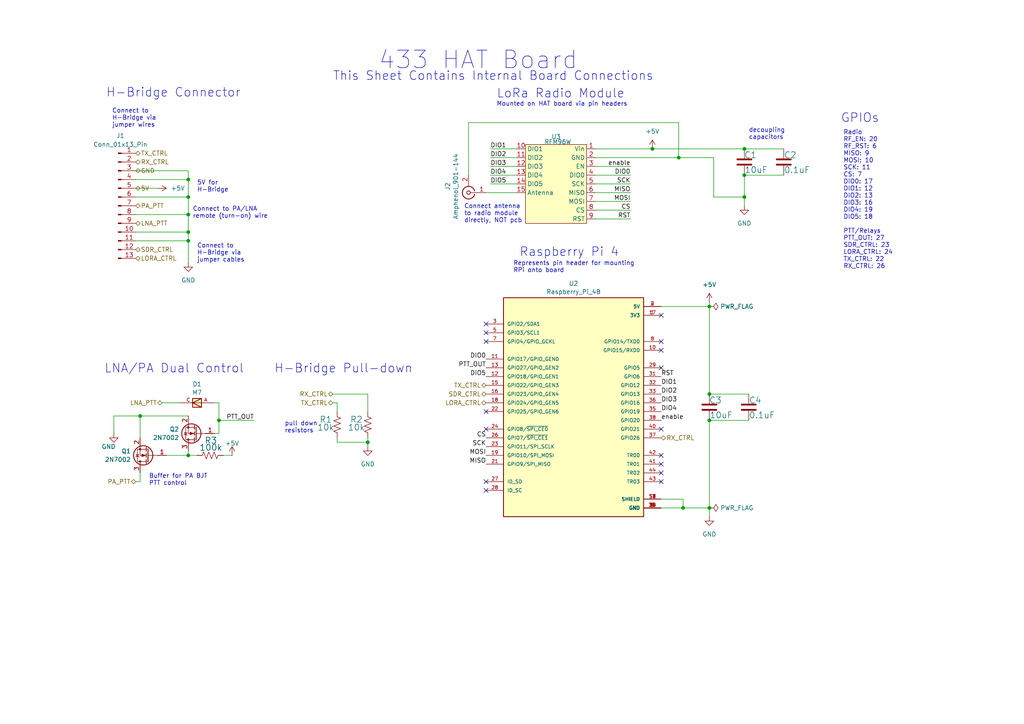
<source format=kicad_sch>
(kicad_sch (version 20231120) (generator "eeschema") (generator_version "8.0")
  (paper "A4")
  (title_block (title "433 HAT Board Internal Connections") (date "2024-11-13") (rev "1.2") (comment 1 "Aditri Patil, Victor Huynh, Hunter Liu"))
  (lib_symbols
    (symbol "Connector:Conn_01x13_Pin" (pin_names (offset 1.016) hide)
      (property "Reference" "J" (at 0 17.78 0))
      (property "Value" "Conn_01x13_Pin" (at 0 -17.78 0))
      (symbol "Conn_01x13_Pin_1_1"
        (polyline (pts (xy 1.27 -15.24) (xy 0.8636 -15.24)) (stroke (width 0.1524)))
        (polyline (pts (xy 1.27 -12.7) (xy 0.8636 -12.7)) (stroke (width 0.1524)))
        (polyline (pts (xy 1.27 -10.16) (xy 0.8636 -10.16)) (stroke (width 0.1524)))
        (polyline (pts (xy 1.27 -7.62) (xy 0.8636 -7.62)) (stroke (width 0.1524)))
        (polyline (pts (xy 1.27 -5.08) (xy 0.8636 -5.08)) (stroke (width 0.1524)))
        (polyline (pts (xy 1.27 -2.54) (xy 0.8636 -2.54)) (stroke (width 0.1524)))
        (polyline (pts (xy 1.27 0) (xy 0.8636 0)) (stroke (width 0.1524)))
        (polyline (pts (xy 1.27 2.54) (xy 0.8636 2.54)) (stroke (width 0.1524)))
        (polyline (pts (xy 1.27 5.08) (xy 0.8636 5.08)) (stroke (width 0.1524)))
        (polyline (pts (xy 1.27 7.62) (xy 0.8636 7.62)) (stroke (width 0.1524)))
        (polyline (pts (xy 1.27 10.16) (xy 0.8636 10.16)) (stroke (width 0.1524)))
        (polyline (pts (xy 1.27 12.7) (xy 0.8636 12.7)) (stroke (width 0.1524)))
        (polyline (pts (xy 1.27 15.24) (xy 0.8636 15.24)) (stroke (width 0.1524)))
        (rectangle (start 0.8636 -15.113) (end 0 -15.367) (stroke (width 0.1524)) (fill (type outline)))
        (rectangle (start 0.8636 -12.573) (end 0 -12.827) (stroke (width 0.1524)) (fill (type outline)))
        (rectangle (start 0.8636 -10.033) (end 0 -10.287) (stroke (width 0.1524)) (fill (type outline)))
        (rectangle (start 0.8636 -7.493) (end 0 -7.747) (stroke (width 0.1524)) (fill (type outline)))
        (rectangle (start 0.8636 -4.953) (end 0 -5.207) (stroke (width 0.1524)) (fill (type outline)))
        (rectangle (start 0.8636 -2.413) (end 0 -2.667) (stroke (width 0.1524)) (fill (type outline)))
        (rectangle (start 0.8636 0.127) (end 0 -0.127) (stroke (width 0.1524)) (fill (type outline)))
        (rectangle (start 0.8636 2.667) (end 0 2.413) (stroke (width 0.1524)) (fill (type outline)))
        (rectangle (start 0.8636 5.207) (end 0 4.953) (stroke (width 0.1524)) (fill (type outline)))
        (rectangle (start 0.8636 7.747) (end 0 7.493) (stroke (width 0.1524)) (fill (type outline)))
        (rectangle (start 0.8636 10.287) (end 0 10.033) (stroke (width 0.1524)) (fill (type outline)))
        (rectangle (start 0.8636 12.827) (end 0 12.573) (stroke (width 0.1524)) (fill (type outline)))
        (rectangle (start 0.8636 15.367) (end 0 15.113) (stroke (width 0.1524)) (fill (type outline)))
        (pin passive line (at 5.08 15.24 180) (length 3.81) (name "Pin_1") (number "1"))
        (pin passive line (at 5.08 -7.62 180) (length 3.81) (name "Pin_10") (number "10"))
        (pin passive line (at 5.08 -10.16 180) (length 3.81) (name "Pin_11") (number "11"))
        (pin passive line (at 5.08 -12.7 180) (length 3.81) (name "Pin_12") (number "12"))
        (pin passive line (at 5.08 -15.24 180) (length 3.81) (name "Pin_13") (number "13"))
        (pin passive line (at 5.08 12.7 180) (length 3.81) (name "Pin_2") (number "2"))
        (pin passive line (at 5.08 10.16 180) (length 3.81) (name "Pin_3") (number "3"))
        (pin passive line (at 5.08 7.62 180) (length 3.81) (name "Pin_4") (number "4"))
        (pin passive line (at 5.08 5.08 180) (length 3.81) (name "Pin_5") (number "5"))
        (pin passive line (at 5.08 2.54 180) (length 3.81) (name "Pin_6") (number "6"))
        (pin passive line (at 5.08 0 180) (length 3.81) (name "Pin_7") (number "7"))
        (pin passive line (at 5.08 -2.54 180) (length 3.81) (name "Pin_8") (number "8"))
        (pin passive line (at 5.08 -5.08 180) (length 3.81) (name "Pin_9") (number "9"))
      )
    )
    (symbol "Connector:Conn_Coaxial" (pin_names (offset 1.016) hide)
      (property "Reference" "J" (at 0.254 3.048 0))
      (property "Value" "Conn_Coaxial" (at 2.921 0 90))
      (symbol "Conn_Coaxial_0_1"
        (arc (start -1.778 -0.508) (mid 0.2311 -1.8066) (end 1.778 0) (stroke (width 0.254)))
        (polyline (pts (xy -2.54 0) (xy -0.508 0)))
        (polyline (pts (xy 0 -2.54) (xy 0 -1.778)))
        (circle (center 0 0) (radius 0.508) (stroke (width 0.2032)))
        (arc (start 1.778 0) (mid 0.2099 1.8101) (end -1.778 0.508) (stroke (width 0.254)))
      )
      (symbol "Conn_Coaxial_1_1"
        (pin passive line (at -5.08 0 0) (length 2.54) (name "In") (number "1"))
        (pin passive line (at 0 -5.08 90) (length 2.54) (name "Ext") (number "2"))
      )
    )
    (symbol "Device:C" (pin_numbers hide) (pin_names (offset 0.254))
      (property "Reference" "C" (at 0.635 2.54 0))
      (property "Value" "C" (at 0.635 -2.54 0))
      (symbol "C_0_1"
        (polyline (pts (xy -2.032 -0.762) (xy 2.032 -0.762)) (stroke (width 0.508)))
        (polyline (pts (xy -2.032 0.762) (xy 2.032 0.762)) (stroke (width 0.508)))
      )
      (symbol "C_1_1"
        (pin passive line (at 0 3.81 270) (length 2.794) (name "~") (number "1"))
        (pin passive line (at 0 -3.81 90) (length 2.794) (name "~") (number "2"))
      )
    )
    (symbol "Device:R_US" (pin_numbers hide) (pin_names (offset 0))
      (property "Reference" "R" (at 2.54 0 90))
      (property "Value" "R_US" (at -2.54 0 90))
      (symbol "R_US_0_1"
        (polyline (pts (xy 0 -2.286) (xy 0 -2.54)))
        (polyline (pts (xy 0 2.286) (xy 0 2.54)))
        (polyline (pts (xy 0 -0.762) (xy 1.016 -1.143) (xy 0 -1.524) (xy -1.016 -1.905) (xy 0 -2.286)))
        (polyline (pts (xy 0 0.762) (xy 1.016 0.381) (xy 0 0) (xy -1.016 -0.381) (xy 0 -0.762)))
        (polyline (pts (xy 0 2.286) (xy 1.016 1.905) (xy 0 1.524) (xy -1.016 1.143) (xy 0 0.762)))
      )
      (symbol "R_US_1_1"
        (pin passive line (at 0 3.81 270) (length 1.27) (name "~") (number "1"))
        (pin passive line (at 0 -3.81 90) (length 1.27) (name "~") (number "2"))
      )
    )
    (symbol "Transistor_FET:2N7002" (pin_names hide)
      (property "Reference" "Q" (at 5.08 1.905 0))
      (property "Value" "2N7002" (at 5.08 0 0))
      (symbol "2N7002_0_1"
        (polyline (pts (xy 0.254 0) (xy -2.54 0)))
        (polyline (pts (xy 0.254 1.905) (xy 0.254 -1.905)) (stroke (width 0.254)))
        (polyline (pts (xy 0.762 -1.27) (xy 0.762 -2.286)) (stroke (width 0.254)))
        (polyline (pts (xy 0.762 0.508) (xy 0.762 -0.508)) (stroke (width 0.254)))
        (polyline (pts (xy 0.762 2.286) (xy 0.762 1.27)) (stroke (width 0.254)))
        (polyline (pts (xy 2.54 2.54) (xy 2.54 1.778)))
        (polyline (pts (xy 2.54 -2.54) (xy 2.54 0) (xy 0.762 0)))
        (polyline (pts (xy 0.762 -1.778) (xy 3.302 -1.778) (xy 3.302 1.778) (xy 0.762 1.778)))
        (polyline (pts (xy 1.016 0) (xy 2.032 0.381) (xy 2.032 -0.381) (xy 1.016 0)) (fill (type outline)))
        (polyline (pts (xy 2.794 0.508) (xy 2.921 0.381) (xy 3.683 0.381) (xy 3.81 0.254)))
        (polyline (pts (xy 3.302 0.381) (xy 2.921 -0.254) (xy 3.683 -0.254) (xy 3.302 0.381)))
        (circle (center 1.651 0) (radius 2.794) (stroke (width 0.254)))
        (circle (center 2.54 -1.778) (radius 0.254) (fill (type outline)))
        (circle (center 2.54 1.778) (radius 0.254) (fill (type outline)))
      )
      (symbol "2N7002_1_1"
        (pin input line (at -5.08 0 0) (length 2.54) (name "G") (number "1"))
        (pin passive line (at 2.54 -5.08 90) (length 2.54) (name "S") (number "2"))
        (pin passive line (at 2.54 5.08 270) (length 2.54) (name "D") (number "3"))
      )
    )
    (symbol "power:+5V" (power) (pin_numbers hide) (pin_names (offset 0) hide)
      (property "Value" "+5V" (at 0 3.556 0))
      (symbol "+5V_0_1"
        (polyline (pts (xy -0.762 1.27) (xy 0 2.54)))
        (polyline (pts (xy 0 0) (xy 0 2.54)))
        (polyline (pts (xy 0 2.54) (xy 0.762 1.27)))
      )
      (symbol "+5V_1_1"
        (pin power_in line (at 0 0 90) (length 0) (name "~") (number "1"))
      )
    )
    (symbol "power:GND" (power) (pin_numbers hide) (pin_names (offset 0) hide)
      (property "Value" "GND" (at 0 -3.81 0))
      (symbol "GND_0_1"
        (polyline (pts (xy 0 0) (xy 0 -1.27) (xy 1.27 -1.27) (xy 0 -2.54) (xy -1.27 -1.27) (xy 0 -1.27)))
      )
      (symbol "GND_1_1"
        (pin power_in line (at 0 0 270) (length 0) (name "~") (number "1"))
      )
    )
    (symbol "power:PWR_FLAG" (power) (pin_numbers hide) (pin_names (offset 0) hide)
      (property "Value" "PWR_FLAG" (at 0 3.81 0))
      (symbol "PWR_FLAG_0_0"
        (pin power_out line (at 0 0 90) (length 0) (name "~") (number "1"))
      )
      (symbol "PWR_FLAG_0_1"
        (polyline (pts (xy 0 0) (xy 0 1.27) (xy -1.016 1.905) (xy 0 2.54) (xy 1.016 1.905) (xy 0 1.27)))
      )
    )
    (symbol "ssi_IC:RMF96W"
      (property "Reference" "U" (at 8.89 2.286 0))
      (property "Value" "RFM96W" (at 9.652 0.762 0))
      (symbol "RMF96W_1_1"
        (rectangle (start 0 0) (end 17.78 -22.86) (fill (type background)))
        (pin input line (at -2.54 -1.27 0) (length 2.54) (name "Vin") (number "1"))
        (pin input line (at 20.32 -1.27 180) (length 2.54) (name "DIO1") (number "10"))
        (pin input line (at 20.32 -3.81 180) (length 2.54) (name "DIO2") (number "11"))
        (pin input line (at 20.32 -6.35 180) (length 2.54) (name "DIO3") (number "12"))
        (pin input line (at 20.32 -8.89 180) (length 2.54) (name "DIO4") (number "13"))
        (pin input line (at 20.32 -11.43 180) (length 2.54) (name "DIO5") (number "14"))
        (pin input line (at 20.32 -13.97 180) (length 2.54) (name "Antenna") (number "15"))
        (pin input line (at -2.54 -3.81 0) (length 2.54) (name "GND") (number "2"))
        (pin input line (at -2.54 -6.35 0) (length 2.54) (name "EN") (number "3"))
        (pin input line (at -2.54 -8.89 0) (length 2.54) (name "DIO0") (number "4"))
        (pin input line (at -2.54 -11.43 0) (length 2.54) (name "SCK") (number "5"))
        (pin input line (at -2.54 -13.97 0) (length 2.54) (name "MISO") (number "6"))
        (pin input line (at -2.54 -16.51 0) (length 2.54) (name "MOSI") (number "7"))
        (pin input line (at -2.54 -19.05 0) (length 2.54) (name "CS") (number "8"))
        (pin input line (at -2.54 -21.59 0) (length 2.54) (name "RST") (number "9"))
      )
    )
    (symbol "ssi_IC:Raspberry_Pi_4B" (pin_names (offset 1.016))
      (property "Reference" "U2" (at 0 38.1 0))
      (property "Value" "Raspberry_Pi_4B" (at 0 35.56 0))
      (symbol "Raspberry_Pi_4B_0_0"
        (rectangle (start -20.32 -30.48) (end 20.32 33.02) (stroke (width 0.254)) (fill (type background)))
        (pin power_in line (at 25.4 27.94 180) (length 5.08) (name "3V3") (number "1"))
        (pin bidirectional line (at 25.4 17.78 180) (length 5.08) (name "GPIO15/RXD0") (number "10"))
        (pin bidirectional line (at -25.4 15.24 0) (length 5.08) (name "GPIO17/GPIO_GEN0") (number "11"))
        (pin bidirectional line (at -25.4 10.16 0) (length 5.08) (name "GPIO18/GPIO_GEN1") (number "12"))
        (pin bidirectional line (at -25.4 12.7 0) (length 5.08) (name "GPIO27/GPIO_GEN2") (number "13"))
        (pin power_in line (at 25.4 -27.94 180) (length 5.08) (name "GND") (number "14"))
        (pin bidirectional line (at -25.4 7.62 0) (length 5.08) (name "GPIO22/GPIO_GEN3") (number "15"))
        (pin bidirectional line (at -25.4 5.08 0) (length 5.08) (name "GPIO23/GPIO_GEN4") (number "16"))
        (pin power_in line (at 25.4 27.94 180) (length 5.08) (name "3V3") (number "17"))
        (pin bidirectional line (at -25.4 2.54 0) (length 5.08) (name "GPIO24/GPIO_GEN5") (number "18"))
        (pin bidirectional line (at -25.4 -12.7 0) (length 5.08) (name "GPIO10/SPI_MOSI") (number "19"))
        (pin power_in line (at 25.4 30.48 180) (length 5.08) (name "5V") (number "2"))
        (pin power_in line (at 25.4 -27.94 180) (length 5.08) (name "GND") (number "20"))
        (pin bidirectional line (at -25.4 -15.24 0) (length 5.08) (name "GPIO9/SPI_MISO") (number "21"))
        (pin bidirectional line (at -25.4 0 0) (length 5.08) (name "GPIO25/GPIO_GEN6") (number "22"))
        (pin bidirectional line (at -25.4 -10.16 0) (length 5.08) (name "GPIO11/SPI_SCLK") (number "23"))
        (pin bidirectional line (at -25.4 -5.08 0) (length 5.08) (name "GPIO8/~{SPI_CE0}") (number "24"))
        (pin power_in line (at 25.4 -27.94 180) (length 5.08) (name "GND") (number "25"))
        (pin bidirectional line (at -25.4 -7.62 0) (length 5.08) (name "GPIO7/~{SPI_CE1}") (number "26"))
        (pin bidirectional line (at -25.4 -20.32 0) (length 5.08) (name "ID_SD") (number "27"))
        (pin bidirectional line (at -25.4 -22.86 0) (length 5.08) (name "ID_SC") (number "28"))
        (pin bidirectional line (at 25.4 12.7 180) (length 5.08) (name "GPIO5") (number "29"))
        (pin bidirectional line (at -25.4 25.4 0) (length 5.08) (name "GPIO2/SDA1") (number "3"))
        (pin power_in line (at 25.4 -27.94 180) (length 5.08) (name "GND") (number "30"))
        (pin bidirectional line (at 25.4 10.16 180) (length 5.08) (name "GPIO6") (number "31"))
        (pin bidirectional line (at 25.4 7.62 180) (length 5.08) (name "GPIO12") (number "32"))
        (pin bidirectional line (at 25.4 5.08 180) (length 5.08) (name "GPIO13") (number "33"))
        (pin power_in line (at 25.4 -27.94 180) (length 5.08) (name "GND") (number "34"))
        (pin bidirectional line (at 25.4 0 180) (length 5.08) (name "GPIO19") (number "35"))
        (pin bidirectional line (at 25.4 2.54 180) (length 5.08) (name "GPIO16") (number "36"))
        (pin bidirectional line (at 25.4 -7.62 180) (length 5.08) (name "GPIO26") (number "37"))
        (pin bidirectional line (at 25.4 -2.54 180) (length 5.08) (name "GPIO20") (number "38"))
        (pin power_in line (at 25.4 -27.94 180) (length 5.08) (name "GND") (number "39"))
        (pin power_in line (at 25.4 30.48 180) (length 5.08) (name "5V") (number "4"))
        (pin bidirectional line (at 25.4 -5.08 180) (length 5.08) (name "GPIO21") (number "40"))
        (pin bidirectional line (at 25.4 -15.24 180) (length 5.08) (name "TR01") (number "41"))
        (pin bidirectional line (at 25.4 -12.7 180) (length 5.08) (name "TR00") (number "42"))
        (pin bidirectional line (at 25.4 -20.32 180) (length 5.08) (name "TR03") (number "43"))
        (pin bidirectional line (at 25.4 -17.78 180) (length 5.08) (name "TR02") (number "44"))
        (pin bidirectional line (at -25.4 22.86 0) (length 5.08) (name "GPIO3/SCL1") (number "5"))
        (pin power_in line (at 25.4 -27.94 180) (length 5.08) (name "GND") (number "6"))
        (pin bidirectional line (at -25.4 20.32 0) (length 5.08) (name "GPIO4/GPIO_GCKL") (number "7"))
        (pin bidirectional line (at 25.4 20.32 180) (length 5.08) (name "GPIO14/TXD0") (number "8"))
        (pin power_in line (at 25.4 -27.94 180) (length 5.08) (name "GND") (number "9"))
        (pin power_in line (at 25.4 -25.4 180) (length 5.08) (name "SHIELD") (number "S1"))
        (pin power_in line (at 25.4 -25.4 180) (length 5.08) (name "SHIELD") (number "S2"))
        (pin power_in line (at 25.4 -25.4 180) (length 5.08) (name "SHIELD") (number "S3"))
        (pin power_in line (at 25.4 -25.4 180) (length 5.08) (name "SHIELD") (number "S4"))
      )
    )
    (symbol "ssi_diode:M7" (pin_names (offset 1.016))
      (property "Reference" "D2" (at 0 -6.604 0))
      (property "Value" "M7" (at 0 -4.064 0))
      (symbol "M7_0_0"
        (rectangle (start -1.27 -1.27) (end 1.27 1.27) (stroke (width 0.254)) (fill (type background)))
        (polyline (pts (xy -1.27 -1.27) (xy 1.27 0)) (stroke (width 0.254)))
        (polyline (pts (xy 1.27 0) (xy -1.27 1.27)) (stroke (width 0.254)))
        (pin passive line (at -5.08 0 0) (length 5.08) (name "~") (number "A"))
        (pin passive line (at 5.08 0 180) (length 5.08) (name "~") (number "C"))
      )
    )
  )
  (junction (at 215.9 57.15))
  (junction (at 106.68 128.27))
  (junction (at 215.9 50.8))
  (junction (at 205.74 88.9))
  (junction (at 54.61 67.31))
  (junction (at 196.85 45.72))
  (junction (at 215.9 43.18))
  (junction (at 189.23 43.18))
  (junction (at 54.61 132.08))
  (junction (at 205.74 114.3))
  (junction (at 54.61 69.85))
  (junction (at 63.5 121.92))
  (junction (at 205.74 147.32))
  (junction (at 40.64 120.65))
  (junction (at 54.61 57.15))
  (junction (at 205.74 121.92))
  (junction (at 54.61 62.23))
  (junction (at 54.61 52.07))
  (junction (at 198.12 147.32))
  (no_connect (at 140.97 124.46))
  (no_connect (at 191.77 91.44))
  (no_connect (at 191.77 101.6))
  (no_connect (at 140.97 139.7))
  (no_connect (at 191.77 132.08))
  (no_connect (at 140.97 142.24))
  (no_connect (at 191.77 99.06))
  (no_connect (at 191.77 124.46))
  (no_connect (at 191.77 139.7))
  (no_connect (at 191.77 134.62))
  (no_connect (at 140.97 119.38))
  (no_connect (at 191.77 106.68))
  (no_connect (at 191.77 137.16))
  (no_connect (at 140.97 93.98))
  (no_connect (at 140.97 96.52))
  (no_connect (at 140.97 99.06))
  (wire (pts (xy 40.64 120.65) (xy 40.64 127)))
  (wire (pts (xy 172.72 45.72) (xy 196.85 45.72)))
  (wire (pts (xy 97.79 127) (xy 97.79 128.27)))
  (wire (pts (xy 215.9 50.8) (xy 215.9 57.15)))
  (wire (pts (xy 135.89 35.56) (xy 196.85 35.56)))
  (wire (pts (xy 39.37 57.15) (xy 54.61 57.15)))
  (wire (pts (xy 62.23 125.73) (xy 63.5 125.73)))
  (wire (pts (xy 63.5 116.84) (xy 63.5 121.92)))
  (wire (pts (xy 135.89 50.8) (xy 135.89 35.56)))
  (wire (pts (xy 191.77 88.9) (xy 205.74 88.9)))
  (wire (pts (xy 205.74 121.92) (xy 205.74 147.32)))
  (wire (pts (xy 64.77 132.08) (xy 67.31 132.08)))
  (wire (pts (xy 149.86 43.18) (xy 142.24 43.18)))
  (wire (pts (xy 48.26 132.08) (xy 54.61 132.08)))
  (wire (pts (xy 96.52 116.84) (xy 97.79 116.84)))
  (wire (pts (xy 196.85 45.72) (xy 207.01 45.72)))
  (wire (pts (xy 39.37 49.53) (xy 54.61 49.53)))
  (wire (pts (xy 149.86 48.26) (xy 142.24 48.26)))
  (wire (pts (xy 191.77 144.78) (xy 198.12 144.78)))
  (wire (pts (xy 182.88 60.96) (xy 172.72 60.96)))
  (wire (pts (xy 189.23 43.18) (xy 215.9 43.18)))
  (wire (pts (xy 215.9 43.18) (xy 227.33 43.18)))
  (wire (pts (xy 39.37 52.07) (xy 54.61 52.07)))
  (wire (pts (xy 39.37 62.23) (xy 54.61 62.23)))
  (wire (pts (xy 97.79 128.27) (xy 106.68 128.27)))
  (wire (pts (xy 54.61 52.07) (xy 54.61 57.15)))
  (wire (pts (xy 205.74 114.3) (xy 217.17 114.3)))
  (wire (pts (xy 54.61 76.2) (xy 54.61 69.85)))
  (wire (pts (xy 39.37 67.31) (xy 54.61 67.31)))
  (wire (pts (xy 39.37 69.85) (xy 54.61 69.85)))
  (wire (pts (xy 40.64 137.16) (xy 40.64 139.7)))
  (wire (pts (xy 54.61 130.81) (xy 54.61 132.08)))
  (wire (pts (xy 172.72 43.18) (xy 189.23 43.18)))
  (wire (pts (xy 207.01 45.72) (xy 207.01 57.15)))
  (wire (pts (xy 182.88 58.42) (xy 172.72 58.42)))
  (wire (pts (xy 54.61 57.15) (xy 54.61 62.23)))
  (wire (pts (xy 198.12 144.78) (xy 198.12 147.32)))
  (wire (pts (xy 46.99 116.84) (xy 52.07 116.84)))
  (wire (pts (xy 215.9 57.15) (xy 215.9 59.69)))
  (wire (pts (xy 97.79 116.84) (xy 97.79 119.38)))
  (wire (pts (xy 205.74 88.9) (xy 205.74 114.3)))
  (wire (pts (xy 39.37 139.7) (xy 40.64 139.7)))
  (wire (pts (xy 149.86 53.34) (xy 142.24 53.34)))
  (wire (pts (xy 215.9 50.8) (xy 227.33 50.8)))
  (wire (pts (xy 54.61 49.53) (xy 54.61 52.07)))
  (wire (pts (xy 205.74 149.86) (xy 205.74 147.32)))
  (wire (pts (xy 54.61 132.08) (xy 57.15 132.08)))
  (wire (pts (xy 205.74 87.63) (xy 205.74 88.9)))
  (wire (pts (xy 182.88 55.88) (xy 172.72 55.88)))
  (wire (pts (xy 106.68 128.27) (xy 106.68 129.54)))
  (wire (pts (xy 182.88 53.34) (xy 172.72 53.34)))
  (wire (pts (xy 63.5 121.92) (xy 63.5 125.73)))
  (wire (pts (xy 207.01 57.15) (xy 215.9 57.15)))
  (wire (pts (xy 191.77 147.32) (xy 198.12 147.32)))
  (wire (pts (xy 149.86 50.8) (xy 142.24 50.8)))
  (wire (pts (xy 96.52 114.3) (xy 106.68 114.3)))
  (wire (pts (xy 62.23 116.84) (xy 63.5 116.84)))
  (wire (pts (xy 205.74 121.92) (xy 217.17 121.92)))
  (wire (pts (xy 33.02 120.65) (xy 33.02 125.73)))
  (wire (pts (xy 106.68 127) (xy 106.68 128.27)))
  (wire (pts (xy 196.85 35.56) (xy 196.85 45.72)))
  (wire (pts (xy 182.88 63.5) (xy 172.72 63.5)))
  (wire (pts (xy 33.02 120.65) (xy 40.64 120.65)))
  (wire (pts (xy 198.12 147.32) (xy 205.74 147.32)))
  (wire (pts (xy 182.88 48.26) (xy 172.72 48.26)))
  (wire (pts (xy 140.97 55.88) (xy 149.86 55.88)))
  (wire (pts (xy 54.61 120.65) (xy 40.64 120.65)))
  (wire (pts (xy 54.61 67.31) (xy 54.61 62.23)))
  (wire (pts (xy 182.88 50.8) (xy 172.72 50.8)))
  (wire (pts (xy 45.72 54.61) (xy 39.37 54.61)))
  (wire (pts (xy 149.86 45.72) (xy 142.24 45.72)))
  (wire (pts (xy 106.68 114.3) (xy 106.68 119.38)))
  (wire (pts (xy 54.61 69.85) (xy 54.61 67.31)))
  (wire (pts (xy 63.5 121.92) (xy 73.66 121.92)))
  (text "Connect to\nH-Bridge via\njumper wires" (at 32.512 37.084 0) (effects (font (size 1.27 1.27)) (justify left bottom)))
  (text "Mounted on HAT board via pin headers" (at 144.018 30.988 0) (effects (font (size 1.27 1.27)) (justify left bottom)))
  (text "LNA/PA Dual Control" (at 30.226 108.458 0) (effects (font (size 2.54 2.54)) (justify left bottom)))
  (text "pull down\nresistors" (at 82.55 125.73 0) (effects (font (size 1.27 1.27)) (justify left bottom)))
  (text "Represents pin header for mounting\nRPi onto board" (at 148.844 79.248 0) (effects (font (size 1.27 1.27)) (justify left bottom)))
  (text "Connect antenna\nto radio module\ndirectly, NOT pcb" (at 134.62 64.77 0) (effects (font (size 1.27 1.27)) (justify left bottom)))
  (text "GPIOs" (at 243.84 35.814 0) (effects (font (size 2.54 2.54)) (justify left bottom)))
  (text "LoRa Radio Module" (at 144.018 28.702 0) (effects (font (size 2.54 2.54)) (justify left bottom)))
  (text "Buffer for PA BJT\nPTT control" (at 43.18 140.97 0) (effects (font (size 1.27 1.27)) (justify left bottom)))
  (text "5V for\nH-Bridge" (at 57.15 55.88 0) (effects (font (size 1.27 1.27)) (justify left bottom)))
  (text "H-Bridge Connector" (at 30.734 28.448 0) (effects (font (size 2.54 2.54)) (justify left bottom)))
  (text "Connect to PA/LNA\nremote (turn-on) wire" (at 55.88 63.5 0) (effects (font (size 1.27 1.27)) (justify left bottom)))
  (text "This Sheet Contains Internal Board Connections" (at 96.52 23.622 0) (effects (font (size 2.54 2.54)) (justify left bottom)))
  (text "Radio\nRF_EN: 20\nRF_RST: 6\nMISO: 9\nMOSI: 10\nSCK: 11\nCS: 7\nDIO0: 17\nDIO1: 12\nDIO2: 13\nDIO3: 16\nDIO4: 19\nDIO5: 18\n\nPTT/Relays\nPTT_OUT: 27\nSDR_CTRL: 23\nLORA_CTRL: 24\nTX_CTRL: 22\nRX_CTRL: 26" (at 244.602 57.912 0) (effects (font (size 1.27 1.27)) (justify left)))
  (text "decoupling\ncapacitors" (at 217.17 40.64 0) (effects (font (size 1.27 1.27)) (justify left bottom)))
  (text "Raspberry Pi 4" (at 150.622 74.676 0) (effects (font (size 2.54 2.54)) (justify left bottom)))
  (text "433 HAT Board" (at 138.684 17.526 0) (effects (font (size 5.08 5.08))))
  (text "H-Bridge Pull-down" (at 79.502 108.458 0) (effects (font (size 2.54 2.54)) (justify left bottom)))
  (text "Connect to\nH-Bridge via\njumper cables" (at 57.15 76.2 0) (effects (font (size 1.27 1.27)) (justify left bottom)))
  (label "DIO3" (at 191.77 116.84 0))
  (label "DIO5" (at 142.24 53.34 0))
  (label "DIO0" (at 182.88 50.8 180))
  (label "RST" (at 191.77 109.22 0))
  (label "DIO0" (at 140.97 104.14 180))
  (label "MISO" (at 140.97 134.62 180))
  (label "SCK" (at 140.97 129.54 180))
  (label "CS" (at 182.88 60.96 180))
  (label "DIO1" (at 191.77 111.76 0))
  (label "PTT_OUT" (at 73.66 121.92 180))
  (label "CS" (at 140.97 127 180))
  (label "DIO3" (at 142.24 48.26 0))
  (label "DIO5" (at 140.97 109.22 180))
  (label "MISO" (at 182.88 55.88 180))
  (label "PTT_OUT" (at 140.97 106.68 180))
  (label "DIO2" (at 191.77 114.3 0))
  (label "DIO4" (at 191.77 119.38 0))
  (label "RST" (at 182.88 63.5 180))
  (label "DIO4" (at 142.24 50.8 0))
  (label "DIO2" (at 142.24 45.72 0))
  (label "MOSI" (at 182.88 58.42 180))
  (label "enable" (at 191.77 121.92 0))
  (label "enable" (at 182.88 48.26 180))
  (label "DIO1" (at 142.24 43.18 0))
  (label "SCK" (at 182.88 53.34 180))
  (label "MOSI" (at 140.97 132.08 180))
  (hierarchical_label "TX_CTRL" (shape bidirectional) (at 140.97 111.76 180))
  (hierarchical_label "TX_CTRL" (shape bidirectional) (at 96.52 116.84 180))
  (hierarchical_label "LNA_PTT" (shape bidirectional) (at 46.99 116.84 180))
  (hierarchical_label "PA_PTT" (shape bidirectional) (at 39.37 59.69 0))
  (hierarchical_label "LORA_CTRL" (shape bidirectional) (at 140.97 116.84 180))
  (hierarchical_label "SDR_CTRL" (shape bidirectional) (at 39.37 72.39 0))
  (hierarchical_label "RX_CTRL" (shape bidirectional) (at 39.37 46.99 0))
  (hierarchical_label "LNA_PTT" (shape bidirectional) (at 39.37 64.77 0))
  (hierarchical_label "RX_CTRL" (shape bidirectional) (at 191.77 127 0))
  (hierarchical_label "LORA_CTRL" (shape bidirectional) (at 39.37 74.93 0))
  (hierarchical_label "PA_PTT" (shape bidirectional) (at 39.37 139.7 180))
  (hierarchical_label "GND" (shape bidirectional) (at 39.37 49.53 0))
  (hierarchical_label "SDR_CTRL" (shape bidirectional) (at 140.97 114.3 180))
  (hierarchical_label "5V" (shape bidirectional) (at 39.37 54.61 0))
  (hierarchical_label "RX_CTRL" (shape bidirectional) (at 96.52 114.3 180))
  (hierarchical_label "TX_CTRL" (shape bidirectional) (at 39.37 44.45 0))
  (symbol (lib_id "power:GND") (at 106.68 129.54 0) (unit 1)
    (property "Reference" "#PWR014" (effects (hide yes)))
    (property "Value" "GND" (at 106.68 134.62 0))
  )
  (symbol (lib_id "power:GND") (at 54.61 76.2 0) (unit 1)
    (property "Reference" "#PWR07" (effects (hide yes)))
    (property "Value" "GND" (at 54.61 81.28 0))
  )
  (symbol (lib_id "Connector:Conn_01x13_Pin") (at 34.29 59.69 0) (unit 1)
    (property "Reference" "J1" (at 34.925 39.37 0))
    (property "Value" "Conn_01x13_Pin" (at 34.925 41.91 0))
    (property "Footprint" "Connector_PinSocket_2.54mm:PinSocket_1x13_P2.54mm_Vertical" (effects (hide yes)))
  )
  (symbol (lib_id "ssi_IC:Raspberry_Pi_4B") (at 166.37 119.38 0) (unit 1)
    (property "Reference" "U2" (at 166.37 82.2155 0))
    (property "Value" "Raspberry_Pi_4B" (at 166.37 84.6398 0))
    (property "Footprint" "ssi_IC:Raspberry_Pi_4B" (effects (hide yes)))
    (property "Description" "BCM2711 Raspberry Pi 4 Model B 4GB - ARM® Cortex®-A72 MPU Embedded Evaluation Board" (effects (hide yes)))
    (property "MF" "Raspberry Pi" (effects (hide yes)))
    (property "MAXIMUM_PACKAGE_HEIGHT" "16 mm" (effects (hide yes)))
    (property "Package" "None" (effects (hide yes)))
    (property "Price" "None" (effects (hide yes)))
    (property "Check_prices" "https://www.snapeda.com/parts/RASPBERRY%20PI%204B/4GB/Raspberry+Pi/view-part/?ref=eda" (effects (hide yes)))
    (property "STANDARD" "Manufacturer Recommendations" (effects (hide yes)))
    (property "PARTREV" "4" (effects (hide yes)))
    (property "SnapEDA_Link" "https://www.snapeda.com/parts/RASPBERRY%20PI%204B/4GB/Raspberry+Pi/view-part/?ref=snap" (effects (hide yes)))
    (property "MP" "RASPBERRY PI 4B/4GB" (effects (hide yes)))
    (property "MANUFACTURER" "Raspberry Pi" (effects (hide yes)))
    (property "Availability" "Not in stock" (effects (hide yes)))
    (property "SNAPEDA_PN" "RASPBERRY PI 4B/4GB" (effects (hide yes)))
  )
  (symbol (lib_id "Device:R_US") (at 97.79 123.19 180) (unit 1)
    (property "Reference" "R1" (at 94.488 120.65 0) (effects (font (size 1.778 1.778)) (justify bottom)))
    (property "Value" "10k" (at 94.488 124.968 0) (effects (font (size 1.778 1.778)) (justify top)))
    (property "Footprint" "Resistor_SMD:R_0603_1608Metric" (effects (hide yes)))
    (property "Description" "Resistor, US symbol" (effects (hide yes)))
  )
  (symbol (lib_id "Device:C") (at 217.17 118.11 0) (unit 1)
    (property "Reference" "C4" (at 217.17 117.094 0) (effects (font (size 1.778 1.778)) (justify left bottom)))
    (property "Value" "0.1uF" (at 217.17 121.412 0) (effects (font (size 1.778 1.778)) (justify left bottom)))
    (property "Footprint" "Capacitor_SMD:C_0603_1608Metric" (effects (hide yes)))
    (property "Description" "Unpolarized capacitor" (effects (hide yes)))
  )
  (symbol (lib_id "Device:R_US") (at 60.96 132.08 90) (unit 1)
    (property "Reference" "R3" (at 61.1632 126.746 90) (effects (font (size 1.778 1.778)) (justify bottom)))
    (property "Value" "100k" (at 61.1632 130.81 90) (effects (font (size 1.778 1.778)) (justify top)))
    (property "Footprint" "Resistor_SMD:R_0603_1608Metric" (effects (hide yes)))
    (property "Description" "Resistor, US symbol" (effects (hide yes)))
  )
  (symbol (lib_id "Device:C") (at 227.33 46.99 0) (unit 1)
    (property "Reference" "C2" (at 227.33 45.974 0) (effects (font (size 1.778 1.778)) (justify left bottom)))
    (property "Value" "0.1uF" (at 227.33 50.292 0) (effects (font (size 1.778 1.778)) (justify left bottom)))
    (property "Footprint" "Capacitor_SMD:C_0603_1608Metric" (effects (hide yes)))
    (property "Description" "Unpolarized capacitor" (effects (hide yes)))
  )
  (symbol (lib_id "Device:C") (at 205.74 118.11 0) (unit 1)
    (property "Reference" "C3" (at 205.613 117.094 0) (effects (font (size 1.778 1.778)) (justify left bottom)))
    (property "Value" "10uF" (at 205.74 121.412 0) (effects (font (size 1.778 1.778)) (justify left bottom)))
    (property "Footprint" "Capacitor_SMD:C_0603_1608Metric" (effects (hide yes)))
    (property "Description" "Unpolarized capacitor" (effects (hide yes)))
  )
  (symbol (lib_id "Connector:Conn_Coaxial") (at 135.89 55.88 180) (unit 1) (on_board no)
    (property "Reference" "J2" (at 129.8702 54.0766 90))
    (property "Value" "Amphenol_901-144" (at 132.1816 54.0766 90))
    (property "Footprint" "ssi_connector:SMA_Amphenol_901-144_horizontal" (effects (hide yes)))
    (property "Datasheet" "https://www.amphenolrf.com/library/download/link/link_id/593640/parent/901-144/" (effects (hide yes)))
    (property "Description" "Amphenol RF SMA" (effects (hide yes)))
    (property "Flight" "901-144" (effects (hide yes)))
    (property "Manufacturer_Name" "Amphenol" (effects (hide yes)))
    (property "Manufacturer_Part_Number" "901-144" (effects (hide yes)))
    (property "Proto" "901-144" (effects (hide yes)))
  )
  (symbol (lib_id "power:PWR_FLAG") (at 205.74 147.32 270) (unit 1)
    (property "Reference" "#FLG02" (effects (hide yes)))
    (property "Value" "PWR_FLAG" (at 208.915 147.32 90) (effects (justify left)))
    (property "Description" "Special symbol for telling ERC where power comes from" (effects (hide yes)))
  )
  (symbol (lib_id "power:GND") (at 215.9 59.69 0) (unit 1)
    (property "Reference" "#PWR011" (effects (hide yes)))
    (property "Value" "GND" (at 215.9 64.77 0))
  )
  (symbol (lib_id "ssi_diode:M7") (at 57.15 116.84 180) (unit 1)
    (property "Reference" "D1" (at 57.15 111.4255 0))
    (property "Value" "M7" (at 57.15 113.8498 0))
    (property "Footprint" "ssi_diode:M7" (effects (hide yes)))
    (property "Description" "Diode, SMA, 1000V, 1A, 150°C" (effects (hide yes)))
    (property "MF" "Diotec Semiconductor" (effects (hide yes)))
    (property "SNAPEDA_PACKAGE_ID" "7518" (effects (hide yes)))
    (property "PACKAGE" "DO-214" (effects (hide yes)))
    (property "MPN" "M7" (effects (hide yes)))
    (property "PRICE" "--" (effects (hide yes)))
    (property "Package" "Package" (effects (hide yes)))
    (property "Check_prices" "https://www.snapeda.com/parts/M7/Diotec/view-part/?ref=eda" (effects (hide yes)))
    (property "STANDARD" "IPC-7351B" (effects (hide yes)))
    (property "PARTREV" "NA" (effects (hide yes)))
    (property "SnapEDA_Link" "https://www.snapeda.com/parts/M7/Diotec/view-part/?ref=snap" (effects (hide yes)))
    (property "MP" "M7" (effects (hide yes)))
    (property "Purchase-URL" "https://www.snapeda.com/api/url_track_click_mouser/?unipart_id=9180667&manufacturer=Diotec Semiconductor&part_name=M7&search_term=None" (effects (hide yes)))
    (property "Price" "None" (effects (hide yes)))
    (property "Availability" "In Stock" (effects (hide yes)))
    (property "AVAILABILITY" "Not in stock" (effects (hide yes)))
    (property "MANUFACTURER" "DIODES" (effects (hide yes)))
  )
  (symbol (lib_id "power:+5V") (at 45.72 54.61 270) (unit 1)
    (property "Reference" "#PWR06" (effects (hide yes)))
    (property "Value" "+5V" (at 49.53 54.61 90) (effects (justify left)))
  )
  (symbol (lib_id "Device:C") (at 215.9 46.99 0) (unit 1)
    (property "Reference" "C1" (at 215.773 45.974 0) (effects (font (size 1.778 1.778)) (justify left bottom)))
    (property "Value" "10uF" (at 215.9 50.292 0) (effects (font (size 1.778 1.778)) (justify left bottom)))
    (property "Footprint" "Capacitor_SMD:C_0603_1608Metric" (effects (hide yes)))
    (property "Description" "Unpolarized capacitor" (effects (hide yes)))
  )
  (symbol (lib_id "power:GND") (at 33.02 125.73 0) (unit 1)
    (property "Reference" "#PWR01" (effects (hide yes)))
    (property "Value" "GND" (at 31.496 129.54 0))
  )
  (symbol (lib_id "power:GND") (at 205.74 149.86 0) (unit 1)
    (property "Reference" "#PWR010" (effects (hide yes)))
    (property "Value" "GND" (at 205.74 154.94 0))
  )
  (symbol (lib_id "Transistor_FET:2N7002") (at 43.18 132.08 180) (unit 1)
    (property "Reference" "Q1" (at 37.973 130.8678 0) (effects (justify left)))
    (property "Value" "2N7002" (at 37.973 133.2921 0) (effects (justify left)))
    (property "Footprint" "Package_TO_SOT_SMD:SOT-23" (effects (hide yes)))
    (property "Datasheet" "https://www.onsemi.com/pub/Collateral/NDS7002A-D.PDF" (effects (hide yes)))
    (property "Description" "0.115A Id, 60V Vds, N-Channel MOSFET, SOT-23" (effects (hide yes)))
    (property "MF" "ON Semiconductor" (effects (hide yes)))
    (property "MAXIMUM_PACKAGE_HEIGHT" "1.11 mm" (effects (hide yes)))
    (property "Package" "SOT-23-3 ON Semiconductor" (effects (hide yes)))
    (property "Price" "None" (effects (hide yes)))
    (property "Check_prices" "https://www.snapeda.com/parts/2N7002/Onsemi/view-part/?ref=eda" (effects (hide yes)))
    (property "STANDARD" "IPC 7351B" (effects (hide yes)))
    (property "PARTREV" "4" (effects (hide yes)))
    (property "SnapEDA_Link" "https://www.snapeda.com/parts/2N7002/Onsemi/view-part/?ref=snap" (effects (hide yes)))
    (property "MP" "2N7002" (effects (hide yes)))
    (property "Purchase-URL" "https://www.snapeda.com/api/url_track_click_mouser/?unipart_id=4423265&manufacturer=ON Semiconductor&part_name=2N7002&search_term=2n7002" (effects (hide yes)))
    (property "Availability" "In Stock" (effects (hide yes)))
    (property "MANUFACTURER" "ON Semiconductor" (effects (hide yes)))
  )
  (symbol (lib_id "Transistor_FET:2N7002") (at 57.15 125.73 180) (unit 1)
    (property "Reference" "Q2" (at 51.943 124.5178 0) (effects (justify left)))
    (property "Value" "2N7002" (at 51.943 126.9421 0) (effects (justify left)))
    (property "Footprint" "Package_TO_SOT_SMD:SOT-23" (effects (hide yes)))
    (property "Datasheet" "https://www.onsemi.com/pub/Collateral/NDS7002A-D.PDF" (effects (hide yes)))
    (property "Description" "0.115A Id, 60V Vds, N-Channel MOSFET, SOT-23" (effects (hide yes)))
    (property "MF" "ON Semiconductor" (effects (hide yes)))
    (property "MAXIMUM_PACKAGE_HEIGHT" "1.11 mm" (effects (hide yes)))
    (property "Package" "SOT-23-3 ON Semiconductor" (effects (hide yes)))
    (property "Price" "None" (effects (hide yes)))
    (property "Check_prices" "https://www.snapeda.com/parts/2N7002/Onsemi/view-part/?ref=eda" (effects (hide yes)))
    (property "STANDARD" "IPC 7351B" (effects (hide yes)))
    (property "PARTREV" "4" (effects (hide yes)))
    (property "SnapEDA_Link" "https://www.snapeda.com/parts/2N7002/Onsemi/view-part/?ref=snap" (effects (hide yes)))
    (property "MP" "2N7002" (effects (hide yes)))
    (property "Purchase-URL" "https://www.snapeda.com/api/url_track_click_mouser/?unipart_id=4423265&manufacturer=ON Semiconductor&part_name=2N7002&search_term=2n7002" (effects (hide yes)))
    (property "Availability" "In Stock" (effects (hide yes)))
    (property "MANUFACTURER" "ON Semiconductor" (effects (hide yes)))
  )
  (symbol (lib_id "ssi_IC:RMF96W") (at 170.18 41.91 0) (mirror y) (unit 1)
    (property "Reference" "U3" (at 161.29 39.624 0))
    (property "Value" "RFM96W" (at 161.798 41.148 0))
    (property "Footprint" "ssi_IC:RFM96W" (effects (hide yes)))
    (property "Datasheet" "https://learn.adafruit.com/adafruit-rfm69hcw-and-rfm96-rfm95-rfm98-lora-packet-padio-breakouts/downloads" (effects (hide yes)))
  )
  (symbol (lib_id "Device:R_US") (at 106.68 123.19 180) (unit 1)
    (property "Reference" "R2" (at 103.378 120.65 0) (effects (font (size 1.778 1.778)) (justify bottom)))
    (property "Value" "10k" (at 103.378 124.968 0) (effects (font (size 1.778 1.778)) (justify top)))
    (property "Footprint" "Resistor_SMD:R_0603_1608Metric" (effects (hide yes)))
    (property "Description" "Resistor, US symbol" (effects (hide yes)))
  )
  (symbol (lib_id "power:+5V") (at 189.23 43.18 0) (unit 1)
    (property "Reference" "#PWR08" (effects (hide yes)))
    (property "Value" "+5V" (at 189.23 38.1 0))
  )
  (symbol (lib_id "power:PWR_FLAG") (at 205.74 88.9 270) (unit 1)
    (property "Reference" "#FLG01" (effects (hide yes)))
    (property "Value" "PWR_FLAG" (at 208.915 88.9 90) (effects (justify left)))
    (property "Description" "Special symbol for telling ERC where power comes from" (effects (hide yes)))
  )
  (symbol (lib_id "power:+5V") (at 67.31 132.08 0) (unit 1)
    (property "Reference" "#PWR03" (effects (hide yes)))
    (property "Value" "+5V" (at 67.31 128.5781 0))
  )
  (symbol (lib_id "power:+5V") (at 205.74 87.63 0) (unit 1)
    (property "Reference" "#PWR09" (effects (hide yes)))
    (property "Value" "+5V" (at 205.74 82.55 0))
  )
)
</source>
